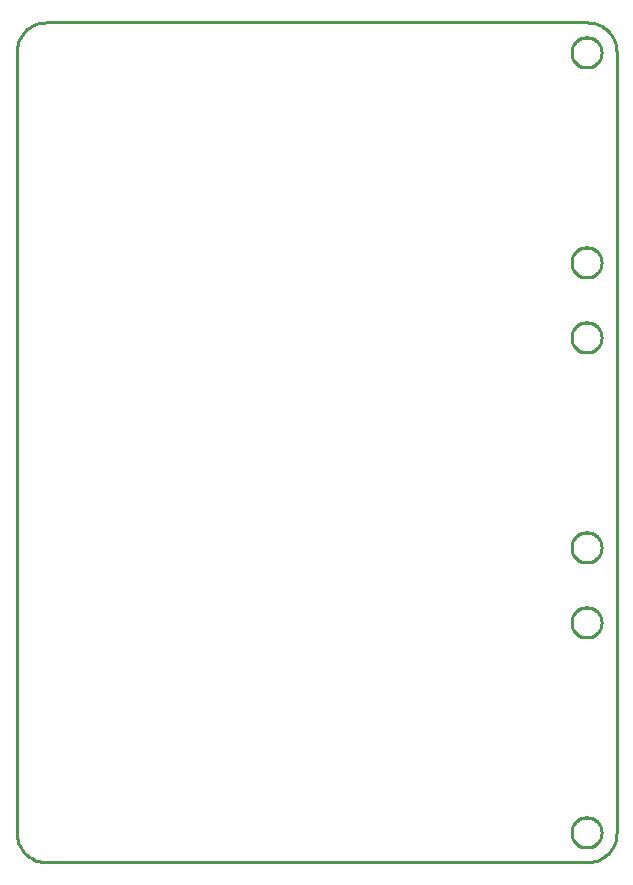
<source format=gbr>
G04 EAGLE Gerber RS-274X export*
G75*
%MOMM*%
%FSLAX34Y34*%
%LPD*%
%IN*%
%IPPOS*%
%AMOC8*
5,1,8,0,0,1.08239X$1,22.5*%
G01*
%ADD10C,0.254000*%


D10*
X0Y25400D02*
X97Y23186D01*
X386Y20989D01*
X865Y18826D01*
X1532Y16713D01*
X2380Y14666D01*
X3403Y12700D01*
X4594Y10831D01*
X5942Y9073D01*
X7440Y7440D01*
X9073Y5942D01*
X10831Y4594D01*
X12700Y3403D01*
X14666Y2380D01*
X16713Y1532D01*
X18826Y865D01*
X20989Y386D01*
X23186Y97D01*
X25400Y0D01*
X482600Y0D01*
X484814Y97D01*
X487011Y386D01*
X489174Y865D01*
X491287Y1532D01*
X493335Y2380D01*
X495300Y3403D01*
X497169Y4594D01*
X498927Y5942D01*
X500561Y7440D01*
X502058Y9073D01*
X503406Y10831D01*
X504597Y12700D01*
X505620Y14666D01*
X506468Y16713D01*
X507135Y18826D01*
X507614Y20989D01*
X507903Y23186D01*
X508000Y25400D01*
X508000Y685800D01*
X507903Y688014D01*
X507614Y690211D01*
X507135Y692374D01*
X506468Y694487D01*
X505620Y696535D01*
X504597Y698500D01*
X503406Y700369D01*
X502058Y702127D01*
X500561Y703761D01*
X498927Y705258D01*
X497169Y706606D01*
X495300Y707797D01*
X493335Y708820D01*
X491287Y709668D01*
X489174Y710335D01*
X487011Y710814D01*
X484814Y711103D01*
X482600Y711200D01*
X25400Y711200D01*
X23186Y711103D01*
X20989Y710814D01*
X18826Y710335D01*
X16713Y709668D01*
X14666Y708820D01*
X12700Y707797D01*
X10831Y706606D01*
X9073Y705258D01*
X7440Y703761D01*
X5942Y702127D01*
X4594Y700369D01*
X3403Y698500D01*
X2380Y696535D01*
X1532Y694487D01*
X865Y692374D01*
X386Y690211D01*
X97Y688014D01*
X0Y685800D01*
X0Y25400D01*
X495300Y202701D02*
X495222Y201706D01*
X495066Y200720D01*
X494833Y199750D01*
X494524Y198801D01*
X494142Y197879D01*
X493689Y196990D01*
X493168Y196139D01*
X492581Y195331D01*
X491933Y194573D01*
X491227Y193867D01*
X490469Y193219D01*
X489661Y192632D01*
X488810Y192111D01*
X487921Y191658D01*
X486999Y191276D01*
X486050Y190967D01*
X485080Y190734D01*
X484094Y190578D01*
X483099Y190500D01*
X482101Y190500D01*
X481106Y190578D01*
X480120Y190734D01*
X479150Y190967D01*
X478201Y191276D01*
X477279Y191658D01*
X476390Y192111D01*
X475539Y192632D01*
X474731Y193219D01*
X473973Y193867D01*
X473267Y194573D01*
X472619Y195331D01*
X472032Y196139D01*
X471511Y196990D01*
X471058Y197879D01*
X470676Y198801D01*
X470367Y199750D01*
X470134Y200720D01*
X469978Y201706D01*
X469900Y202701D01*
X469900Y203699D01*
X469978Y204694D01*
X470134Y205680D01*
X470367Y206650D01*
X470676Y207599D01*
X471058Y208521D01*
X471511Y209410D01*
X472032Y210261D01*
X472619Y211069D01*
X473267Y211827D01*
X473973Y212533D01*
X474731Y213181D01*
X475539Y213768D01*
X476390Y214289D01*
X477279Y214742D01*
X478201Y215124D01*
X479150Y215433D01*
X480120Y215666D01*
X481106Y215822D01*
X482101Y215900D01*
X483099Y215900D01*
X484094Y215822D01*
X485080Y215666D01*
X486050Y215433D01*
X486999Y215124D01*
X487921Y214742D01*
X488810Y214289D01*
X489661Y213768D01*
X490469Y213181D01*
X491227Y212533D01*
X491933Y211827D01*
X492581Y211069D01*
X493168Y210261D01*
X493689Y209410D01*
X494142Y208521D01*
X494524Y207599D01*
X494833Y206650D01*
X495066Y205680D01*
X495222Y204694D01*
X495300Y203699D01*
X495300Y202701D01*
X495300Y24901D02*
X495222Y23906D01*
X495066Y22920D01*
X494833Y21950D01*
X494524Y21001D01*
X494142Y20079D01*
X493689Y19190D01*
X493168Y18339D01*
X492581Y17531D01*
X491933Y16773D01*
X491227Y16067D01*
X490469Y15419D01*
X489661Y14832D01*
X488810Y14311D01*
X487921Y13858D01*
X486999Y13476D01*
X486050Y13167D01*
X485080Y12934D01*
X484094Y12778D01*
X483099Y12700D01*
X482101Y12700D01*
X481106Y12778D01*
X480120Y12934D01*
X479150Y13167D01*
X478201Y13476D01*
X477279Y13858D01*
X476390Y14311D01*
X475539Y14832D01*
X474731Y15419D01*
X473973Y16067D01*
X473267Y16773D01*
X472619Y17531D01*
X472032Y18339D01*
X471511Y19190D01*
X471058Y20079D01*
X470676Y21001D01*
X470367Y21950D01*
X470134Y22920D01*
X469978Y23906D01*
X469900Y24901D01*
X469900Y25899D01*
X469978Y26894D01*
X470134Y27880D01*
X470367Y28850D01*
X470676Y29799D01*
X471058Y30721D01*
X471511Y31610D01*
X472032Y32461D01*
X472619Y33269D01*
X473267Y34027D01*
X473973Y34733D01*
X474731Y35381D01*
X475539Y35968D01*
X476390Y36489D01*
X477279Y36942D01*
X478201Y37324D01*
X479150Y37633D01*
X480120Y37866D01*
X481106Y38022D01*
X482101Y38100D01*
X483099Y38100D01*
X484094Y38022D01*
X485080Y37866D01*
X486050Y37633D01*
X486999Y37324D01*
X487921Y36942D01*
X488810Y36489D01*
X489661Y35968D01*
X490469Y35381D01*
X491227Y34733D01*
X491933Y34027D01*
X492581Y33269D01*
X493168Y32461D01*
X493689Y31610D01*
X494142Y30721D01*
X494524Y29799D01*
X494833Y28850D01*
X495066Y27880D01*
X495222Y26894D01*
X495300Y25899D01*
X495300Y24901D01*
X495300Y444001D02*
X495222Y443006D01*
X495066Y442020D01*
X494833Y441050D01*
X494524Y440101D01*
X494142Y439179D01*
X493689Y438290D01*
X493168Y437439D01*
X492581Y436631D01*
X491933Y435873D01*
X491227Y435167D01*
X490469Y434519D01*
X489661Y433932D01*
X488810Y433411D01*
X487921Y432958D01*
X486999Y432576D01*
X486050Y432267D01*
X485080Y432034D01*
X484094Y431878D01*
X483099Y431800D01*
X482101Y431800D01*
X481106Y431878D01*
X480120Y432034D01*
X479150Y432267D01*
X478201Y432576D01*
X477279Y432958D01*
X476390Y433411D01*
X475539Y433932D01*
X474731Y434519D01*
X473973Y435167D01*
X473267Y435873D01*
X472619Y436631D01*
X472032Y437439D01*
X471511Y438290D01*
X471058Y439179D01*
X470676Y440101D01*
X470367Y441050D01*
X470134Y442020D01*
X469978Y443006D01*
X469900Y444001D01*
X469900Y444999D01*
X469978Y445994D01*
X470134Y446980D01*
X470367Y447950D01*
X470676Y448899D01*
X471058Y449821D01*
X471511Y450710D01*
X472032Y451561D01*
X472619Y452369D01*
X473267Y453127D01*
X473973Y453833D01*
X474731Y454481D01*
X475539Y455068D01*
X476390Y455589D01*
X477279Y456042D01*
X478201Y456424D01*
X479150Y456733D01*
X480120Y456966D01*
X481106Y457122D01*
X482101Y457200D01*
X483099Y457200D01*
X484094Y457122D01*
X485080Y456966D01*
X486050Y456733D01*
X486999Y456424D01*
X487921Y456042D01*
X488810Y455589D01*
X489661Y455068D01*
X490469Y454481D01*
X491227Y453833D01*
X491933Y453127D01*
X492581Y452369D01*
X493168Y451561D01*
X493689Y450710D01*
X494142Y449821D01*
X494524Y448899D01*
X494833Y447950D01*
X495066Y446980D01*
X495222Y445994D01*
X495300Y444999D01*
X495300Y444001D01*
X495300Y266201D02*
X495222Y265206D01*
X495066Y264220D01*
X494833Y263250D01*
X494524Y262301D01*
X494142Y261379D01*
X493689Y260490D01*
X493168Y259639D01*
X492581Y258831D01*
X491933Y258073D01*
X491227Y257367D01*
X490469Y256719D01*
X489661Y256132D01*
X488810Y255611D01*
X487921Y255158D01*
X486999Y254776D01*
X486050Y254467D01*
X485080Y254234D01*
X484094Y254078D01*
X483099Y254000D01*
X482101Y254000D01*
X481106Y254078D01*
X480120Y254234D01*
X479150Y254467D01*
X478201Y254776D01*
X477279Y255158D01*
X476390Y255611D01*
X475539Y256132D01*
X474731Y256719D01*
X473973Y257367D01*
X473267Y258073D01*
X472619Y258831D01*
X472032Y259639D01*
X471511Y260490D01*
X471058Y261379D01*
X470676Y262301D01*
X470367Y263250D01*
X470134Y264220D01*
X469978Y265206D01*
X469900Y266201D01*
X469900Y267199D01*
X469978Y268194D01*
X470134Y269180D01*
X470367Y270150D01*
X470676Y271099D01*
X471058Y272021D01*
X471511Y272910D01*
X472032Y273761D01*
X472619Y274569D01*
X473267Y275327D01*
X473973Y276033D01*
X474731Y276681D01*
X475539Y277268D01*
X476390Y277789D01*
X477279Y278242D01*
X478201Y278624D01*
X479150Y278933D01*
X480120Y279166D01*
X481106Y279322D01*
X482101Y279400D01*
X483099Y279400D01*
X484094Y279322D01*
X485080Y279166D01*
X486050Y278933D01*
X486999Y278624D01*
X487921Y278242D01*
X488810Y277789D01*
X489661Y277268D01*
X490469Y276681D01*
X491227Y276033D01*
X491933Y275327D01*
X492581Y274569D01*
X493168Y273761D01*
X493689Y272910D01*
X494142Y272021D01*
X494524Y271099D01*
X494833Y270150D01*
X495066Y269180D01*
X495222Y268194D01*
X495300Y267199D01*
X495300Y266201D01*
X495300Y685301D02*
X495222Y684306D01*
X495066Y683320D01*
X494833Y682350D01*
X494524Y681401D01*
X494142Y680479D01*
X493689Y679590D01*
X493168Y678739D01*
X492581Y677931D01*
X491933Y677173D01*
X491227Y676467D01*
X490469Y675819D01*
X489661Y675232D01*
X488810Y674711D01*
X487921Y674258D01*
X486999Y673876D01*
X486050Y673567D01*
X485080Y673334D01*
X484094Y673178D01*
X483099Y673100D01*
X482101Y673100D01*
X481106Y673178D01*
X480120Y673334D01*
X479150Y673567D01*
X478201Y673876D01*
X477279Y674258D01*
X476390Y674711D01*
X475539Y675232D01*
X474731Y675819D01*
X473973Y676467D01*
X473267Y677173D01*
X472619Y677931D01*
X472032Y678739D01*
X471511Y679590D01*
X471058Y680479D01*
X470676Y681401D01*
X470367Y682350D01*
X470134Y683320D01*
X469978Y684306D01*
X469900Y685301D01*
X469900Y686299D01*
X469978Y687294D01*
X470134Y688280D01*
X470367Y689250D01*
X470676Y690199D01*
X471058Y691121D01*
X471511Y692010D01*
X472032Y692861D01*
X472619Y693669D01*
X473267Y694427D01*
X473973Y695133D01*
X474731Y695781D01*
X475539Y696368D01*
X476390Y696889D01*
X477279Y697342D01*
X478201Y697724D01*
X479150Y698033D01*
X480120Y698266D01*
X481106Y698422D01*
X482101Y698500D01*
X483099Y698500D01*
X484094Y698422D01*
X485080Y698266D01*
X486050Y698033D01*
X486999Y697724D01*
X487921Y697342D01*
X488810Y696889D01*
X489661Y696368D01*
X490469Y695781D01*
X491227Y695133D01*
X491933Y694427D01*
X492581Y693669D01*
X493168Y692861D01*
X493689Y692010D01*
X494142Y691121D01*
X494524Y690199D01*
X494833Y689250D01*
X495066Y688280D01*
X495222Y687294D01*
X495300Y686299D01*
X495300Y685301D01*
X495300Y507501D02*
X495222Y506506D01*
X495066Y505520D01*
X494833Y504550D01*
X494524Y503601D01*
X494142Y502679D01*
X493689Y501790D01*
X493168Y500939D01*
X492581Y500131D01*
X491933Y499373D01*
X491227Y498667D01*
X490469Y498019D01*
X489661Y497432D01*
X488810Y496911D01*
X487921Y496458D01*
X486999Y496076D01*
X486050Y495767D01*
X485080Y495534D01*
X484094Y495378D01*
X483099Y495300D01*
X482101Y495300D01*
X481106Y495378D01*
X480120Y495534D01*
X479150Y495767D01*
X478201Y496076D01*
X477279Y496458D01*
X476390Y496911D01*
X475539Y497432D01*
X474731Y498019D01*
X473973Y498667D01*
X473267Y499373D01*
X472619Y500131D01*
X472032Y500939D01*
X471511Y501790D01*
X471058Y502679D01*
X470676Y503601D01*
X470367Y504550D01*
X470134Y505520D01*
X469978Y506506D01*
X469900Y507501D01*
X469900Y508499D01*
X469978Y509494D01*
X470134Y510480D01*
X470367Y511450D01*
X470676Y512399D01*
X471058Y513321D01*
X471511Y514210D01*
X472032Y515061D01*
X472619Y515869D01*
X473267Y516627D01*
X473973Y517333D01*
X474731Y517981D01*
X475539Y518568D01*
X476390Y519089D01*
X477279Y519542D01*
X478201Y519924D01*
X479150Y520233D01*
X480120Y520466D01*
X481106Y520622D01*
X482101Y520700D01*
X483099Y520700D01*
X484094Y520622D01*
X485080Y520466D01*
X486050Y520233D01*
X486999Y519924D01*
X487921Y519542D01*
X488810Y519089D01*
X489661Y518568D01*
X490469Y517981D01*
X491227Y517333D01*
X491933Y516627D01*
X492581Y515869D01*
X493168Y515061D01*
X493689Y514210D01*
X494142Y513321D01*
X494524Y512399D01*
X494833Y511450D01*
X495066Y510480D01*
X495222Y509494D01*
X495300Y508499D01*
X495300Y507501D01*
M02*

</source>
